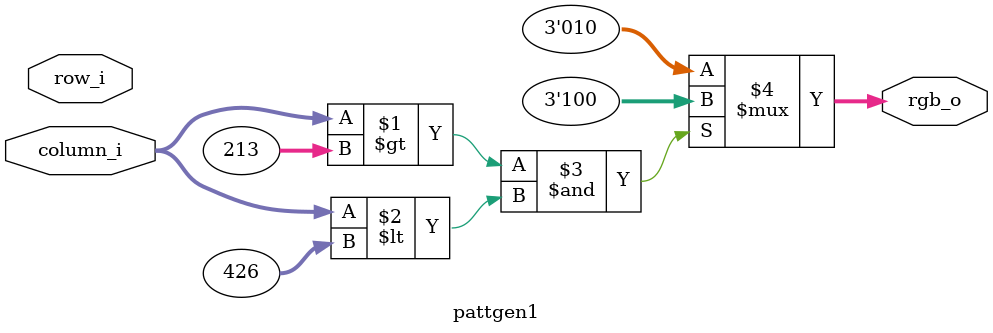
<source format=v>
module pattgen1(                     

// lista de porturi

output 	  	[2:0] rgb_o,						
input 		[9:0] row_i,	         
input 		[9:0] column_i		                   
);



 
// lista parametrii interni
localparam x0 = 213; // prima treime din imagine (640/3)
localparam x1 = 426; // a doua treime din imagine  (426 * 2)			


localparam GREEN     = 3'b010;
localparam RED	     = 3'b100;
localparam BLUE	     = 3'b001;
localparam CYAN      = 3'b011;
		


assign rgb_o = ((column_i > x0) & (column_i < x1))? RED : GREEN;


endmodule
</source>
